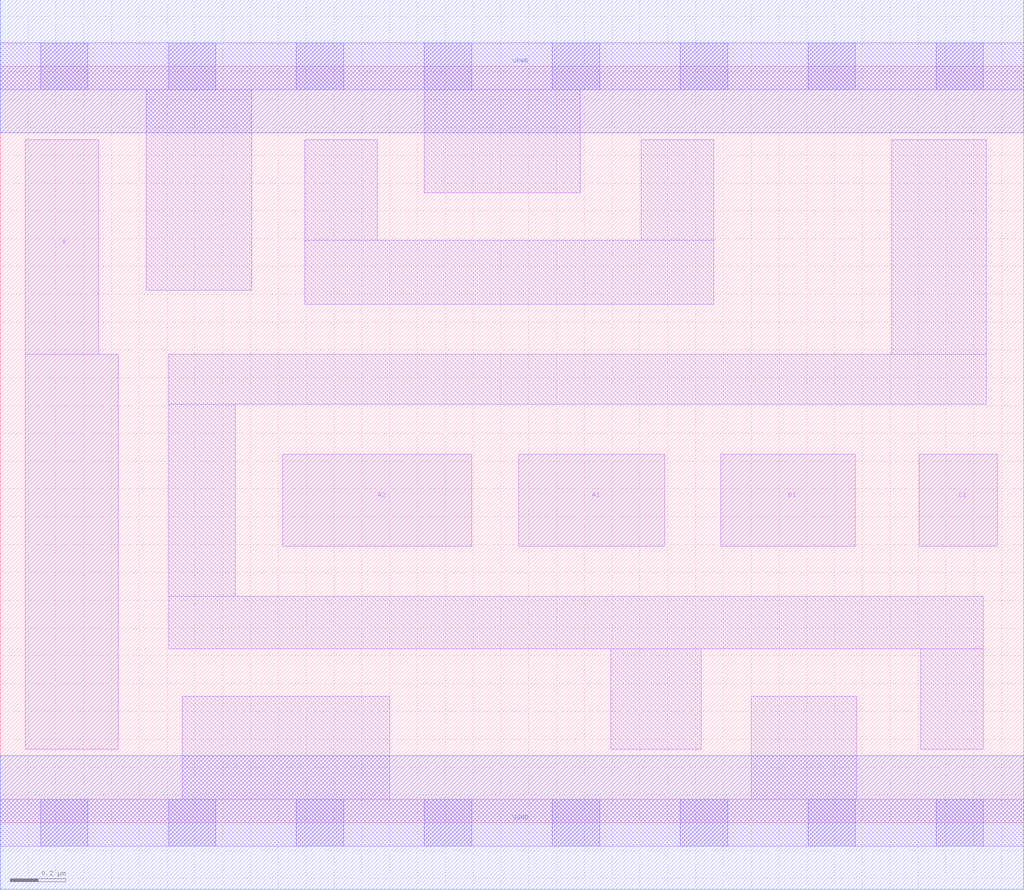
<source format=lef>
# Copyright 2020 The SkyWater PDK Authors
#
# Licensed under the Apache License, Version 2.0 (the "License");
# you may not use this file except in compliance with the License.
# You may obtain a copy of the License at
#
#     https://www.apache.org/licenses/LICENSE-2.0
#
# Unless required by applicable law or agreed to in writing, software
# distributed under the License is distributed on an "AS IS" BASIS,
# WITHOUT WARRANTIES OR CONDITIONS OF ANY KIND, either express or implied.
# See the License for the specific language governing permissions and
# limitations under the License.
#
# SPDX-License-Identifier: Apache-2.0

VERSION 5.7 ;
  NAMESCASESENSITIVE ON ;
  NOWIREEXTENSIONATPIN ON ;
  DIVIDERCHAR "/" ;
  BUSBITCHARS "[]" ;
UNITS
  DATABASE MICRONS 200 ;
END UNITS
PROPERTYDEFINITIONS
  MACRO maskLayoutSubType STRING ;
  MACRO prCellType STRING ;
  MACRO originalViewName STRING ;
END PROPERTYDEFINITIONS
MACRO sky130_fd_sc_hdll__a211o_1
  CLASS CORE ;
  FOREIGN sky130_fd_sc_hdll__a211o_1 ;
  ORIGIN  0.000000  0.000000 ;
  SIZE  3.680000 BY  2.720000 ;
  SYMMETRY X Y R90 ;
  SITE unithd ;
  PIN A1
    ANTENNAGATEAREA  0.277500 ;
    DIRECTION INPUT ;
    USE SIGNAL ;
    PORT
      LAYER li1 ;
        RECT 1.865000 0.995000 2.390000 1.325000 ;
    END
  END A1
  PIN A2
    ANTENNAGATEAREA  0.277500 ;
    DIRECTION INPUT ;
    USE SIGNAL ;
    PORT
      LAYER li1 ;
        RECT 1.015000 0.995000 1.695000 1.325000 ;
    END
  END A2
  PIN B1
    ANTENNAGATEAREA  0.277500 ;
    DIRECTION INPUT ;
    USE SIGNAL ;
    PORT
      LAYER li1 ;
        RECT 2.590000 0.995000 3.075000 1.325000 ;
    END
  END B1
  PIN C1
    ANTENNAGATEAREA  0.277500 ;
    DIRECTION INPUT ;
    USE SIGNAL ;
    PORT
      LAYER li1 ;
        RECT 3.305000 0.995000 3.585000 1.325000 ;
    END
  END C1
  PIN X
    ANTENNADIFFAREA  0.447250 ;
    DIRECTION OUTPUT ;
    USE SIGNAL ;
    PORT
      LAYER li1 ;
        RECT 0.090000 0.265000 0.425000 1.685000 ;
        RECT 0.090000 1.685000 0.355000 2.455000 ;
    END
  END X
  PIN VGND
    DIRECTION INOUT ;
    USE GROUND ;
    PORT
      LAYER met1 ;
        RECT 0.000000 -0.240000 3.680000 0.240000 ;
    END
  END VGND
  PIN VPWR
    DIRECTION INOUT ;
    USE POWER ;
    PORT
      LAYER met1 ;
        RECT 0.000000 2.480000 3.680000 2.960000 ;
    END
  END VPWR
  OBS
    LAYER li1 ;
      RECT 0.000000 -0.085000 3.680000 0.085000 ;
      RECT 0.000000  2.635000 3.680000 2.805000 ;
      RECT 0.525000  1.915000 0.905000 2.635000 ;
      RECT 0.605000  0.625000 3.535000 0.815000 ;
      RECT 0.605000  0.815000 0.845000 1.505000 ;
      RECT 0.605000  1.505000 3.545000 1.685000 ;
      RECT 0.655000  0.085000 1.400000 0.455000 ;
      RECT 1.095000  1.865000 2.565000 2.095000 ;
      RECT 1.095000  2.095000 1.355000 2.455000 ;
      RECT 1.525000  2.265000 2.085000 2.635000 ;
      RECT 2.195000  0.265000 2.520000 0.625000 ;
      RECT 2.305000  2.095000 2.565000 2.455000 ;
      RECT 2.700000  0.085000 3.080000 0.455000 ;
      RECT 3.205000  1.685000 3.545000 2.455000 ;
      RECT 3.310000  0.265000 3.535000 0.625000 ;
    LAYER mcon ;
      RECT 0.145000 -0.085000 0.315000 0.085000 ;
      RECT 0.145000  2.635000 0.315000 2.805000 ;
      RECT 0.605000 -0.085000 0.775000 0.085000 ;
      RECT 0.605000  2.635000 0.775000 2.805000 ;
      RECT 1.065000 -0.085000 1.235000 0.085000 ;
      RECT 1.065000  2.635000 1.235000 2.805000 ;
      RECT 1.525000 -0.085000 1.695000 0.085000 ;
      RECT 1.525000  2.635000 1.695000 2.805000 ;
      RECT 1.985000 -0.085000 2.155000 0.085000 ;
      RECT 1.985000  2.635000 2.155000 2.805000 ;
      RECT 2.445000 -0.085000 2.615000 0.085000 ;
      RECT 2.445000  2.635000 2.615000 2.805000 ;
      RECT 2.905000 -0.085000 3.075000 0.085000 ;
      RECT 2.905000  2.635000 3.075000 2.805000 ;
      RECT 3.365000 -0.085000 3.535000 0.085000 ;
      RECT 3.365000  2.635000 3.535000 2.805000 ;
  END
  PROPERTY maskLayoutSubType "abstract" ;
  PROPERTY prCellType "standard" ;
  PROPERTY originalViewName "layout" ;
END sky130_fd_sc_hdll__a211o_1
END LIBRARY

</source>
